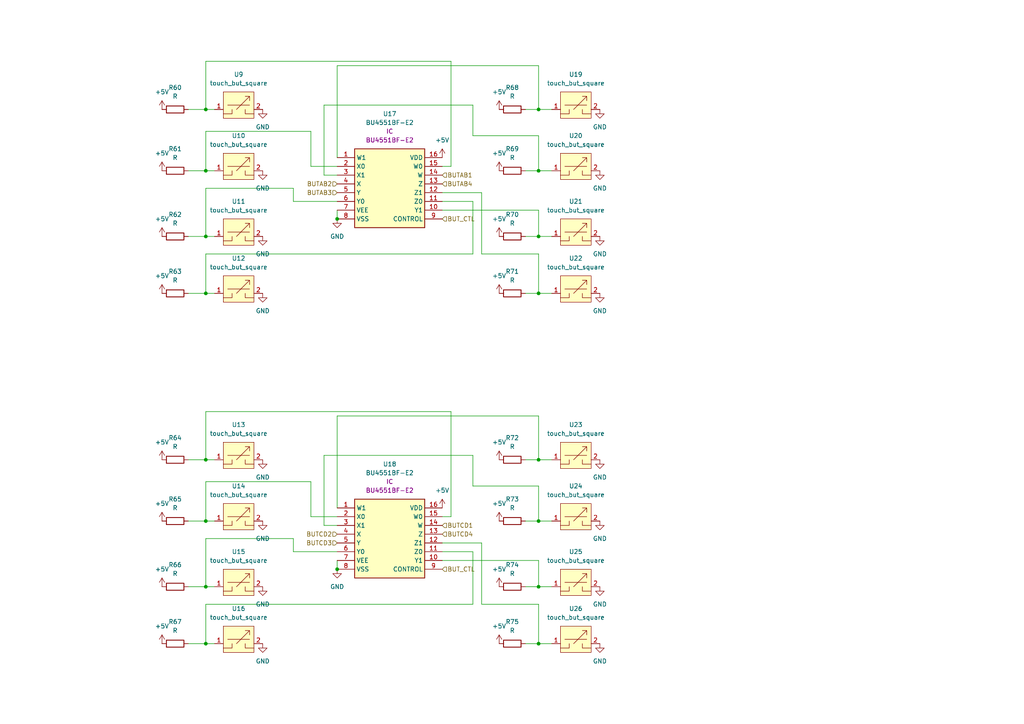
<source format=kicad_sch>
(kicad_sch (version 20211123) (generator eeschema)
  (paper "A4")
  (lib_symbols
    (symbol "3dAudioSym:BU4551BF-E2"
      (property "Reference" "U" (at 0 0 0))
      (property "Value" "BU4551BF-E2" (at 1.27 7.62 0))
      (property "Reference_1" "IC" (at 26.67 7.62 0))
      (property "Value_1" "BU4551BF-E2" (at 26.67 5.08 0))
      (symbol "BU4551BF-E2_1_1"
        (rectangle (start 5.08 2.54) (end 25.4 -20.32) (stroke (width 0.254)) (fill (type background)))
        (pin passive line (at 0 0 0) (length 5.08) (name "W1") (number "1"))
        (pin passive line (at 30.48 -15.24 180) (length 5.08) (name "Y1") (number "10"))
        (pin passive line (at 30.48 -12.7 180) (length 5.08) (name "Z0") (number "11"))
        (pin passive line (at 30.48 -10.16 180) (length 5.08) (name "Z1") (number "12"))
        (pin passive line (at 30.48 -7.62 180) (length 5.08) (name "Z") (number "13"))
        (pin passive line (at 30.48 -5.08 180) (length 5.08) (name "W") (number "14"))
        (pin passive line (at 30.48 -2.54 180) (length 5.08) (name "W0") (number "15"))
        (pin passive line (at 30.48 0 180) (length 5.08) (name "VDD") (number "16"))
        (pin passive line (at 0 -2.54 0) (length 5.08) (name "X0") (number "2"))
        (pin passive line (at 0 -5.08 0) (length 5.08) (name "X1") (number "3"))
        (pin passive line (at 0 -7.62 0) (length 5.08) (name "X") (number "4"))
        (pin passive line (at 0 -10.16 0) (length 5.08) (name "Y") (number "5"))
        (pin passive line (at 0 -12.7 0) (length 5.08) (name "Y0") (number "6"))
        (pin passive line (at 0 -15.24 0) (length 5.08) (name "VEE") (number "7"))
        (pin passive line (at 0 -17.78 0) (length 5.08) (name "VSS") (number "8"))
        (pin passive line (at 30.48 -17.78 180) (length 5.08) (name "CONTROL") (number "9"))
      )
    )
    (symbol "3dAudioSym:touch_but_square"
      (property "Reference" "U" (at 7.62 -3.81 0))
      (property "Value" "touch_but_square" (at -2.54 -5.08 0))
      (symbol "touch_but_square_0_1"
        (rectangle (start -3.81 6.35) (end 5.08 -1.27) (fill (type background)))
        (polyline (pts (xy -2.54 2.54) (xy 3.81 2.54)))
        (polyline (pts (xy -3.81 0) (xy -1.27 0) (xy -1.27 1.27)))
        (polyline (pts (xy 5.08 0) (xy 2.54 0) (xy 2.54 1.27)))
        (polyline (pts (xy 0 1.27) (xy 3.81 5.08) (xy 2.54 5.08) (xy 3.81 5.08) (xy 3.81 3.81)))
      )
      (symbol "touch_but_square_1_1"
        (pin input line (at -6.35 1.27 0) (length 2.54) (name "") (number "1"))
        (pin input line (at 7.62 1.27 180) (length 2.54) (name "") (number "2"))
      )
    )
    (symbol "Device:R" (pin_numbers hide) (pin_names (offset 0))
      (property "Reference" "R" (at 2.032 0 90))
      (property "Value" "R" (at 0 0 90))
      (symbol "R_0_1"
        (rectangle (start -1.016 -2.54) (end 1.016 2.54) (stroke (width 0.254)))
      )
      (symbol "R_1_1"
        (pin passive line (at 0 3.81 270) (length 1.27) (name "~") (number "1"))
        (pin passive line (at 0 -3.81 90) (length 1.27) (name "~") (number "2"))
      )
    )
    (symbol "power:+5V" (power) (pin_names (offset 0))
      (property "Value" "+5V" (at 0 3.556 0))
      (symbol "+5V_0_1"
        (polyline (pts (xy -0.762 1.27) (xy 0 2.54)))
        (polyline (pts (xy 0 0) (xy 0 2.54)))
        (polyline (pts (xy 0 2.54) (xy 0.762 1.27)))
      )
      (symbol "+5V_1_1"
        (pin power_in line (at 0 0 90) (length 0) hide (name "+5V") (number "1"))
      )
    )
    (symbol "power:GND" (power) (pin_names (offset 0))
      (property "Value" "GND" (at 0 -3.81 0))
      (symbol "GND_0_1"
        (polyline (pts (xy 0 0) (xy 0 -1.27) (xy 1.27 -1.27) (xy 0 -2.54) (xy -1.27 -1.27) (xy 0 -1.27)))
      )
      (symbol "GND_1_1"
        (pin power_in line (at 0 0 270) (length 0) hide (name "GND") (number "1"))
      )
    )
    (symbol "touch_but_square_1"
      (property "Reference" "U" (at 7.62 -3.81 0))
      (property "Value" "touch_but_square_1" (at -2.54 -5.08 0))
      (symbol "touch_but_square_1_0_1"
        (rectangle (start -3.81 6.35) (end 5.08 -1.27) (fill (type background)))
        (polyline (pts (xy -2.54 2.54) (xy 3.81 2.54)))
        (polyline (pts (xy -3.81 0) (xy -1.27 0) (xy -1.27 1.27)))
        (polyline (pts (xy 5.08 0) (xy 2.54 0) (xy 2.54 1.27)))
        (polyline (pts (xy 0 1.27) (xy 3.81 5.08) (xy 2.54 5.08) (xy 3.81 5.08) (xy 3.81 3.81)))
      )
      (symbol "touch_but_square_1_1_1"
        (pin input line (at -6.35 1.27 0) (length 2.54) (name "") (number "1"))
        (pin input line (at 7.62 1.27 180) (length 2.54) (name "") (number "2"))
      )
    )
    (symbol "touch_but_square_10"
      (property "Reference" "U" (at 7.62 -3.81 0))
      (property "Value" "touch_but_square_10" (at -2.54 -5.08 0))
      (symbol "touch_but_square_10_0_1"
        (rectangle (start -3.81 6.35) (end 5.08 -1.27) (fill (type background)))
        (polyline (pts (xy -2.54 2.54) (xy 3.81 2.54)))
        (polyline (pts (xy -3.81 0) (xy -1.27 0) (xy -1.27 1.27)))
        (polyline (pts (xy 5.08 0) (xy 2.54 0) (xy 2.54 1.27)))
        (polyline (pts (xy 0 1.27) (xy 3.81 5.08) (xy 2.54 5.08) (xy 3.81 5.08) (xy 3.81 3.81)))
      )
      (symbol "touch_but_square_10_1_1"
        (pin input line (at -6.35 1.27 0) (length 2.54) (name "") (number "1"))
        (pin input line (at 7.62 1.27 180) (length 2.54) (name "") (number "2"))
      )
    )
    (symbol "touch_but_square_11"
      (property "Reference" "U" (at 7.62 -3.81 0))
      (property "Value" "touch_but_square_11" (at -2.54 -5.08 0))
      (symbol "touch_but_square_11_0_1"
        (rectangle (start -3.81 6.35) (end 5.08 -1.27) (fill (type background)))
        (polyline (pts (xy -2.54 2.54) (xy 3.81 2.54)))
        (polyline (pts (xy -3.81 0) (xy -1.27 0) (xy -1.27 1.27)))
        (polyline (pts (xy 5.08 0) (xy 2.54 0) (xy 2.54 1.27)))
        (polyline (pts (xy 0 1.27) (xy 3.81 5.08) (xy 2.54 5.08) (xy 3.81 5.08) (xy 3.81 3.81)))
      )
      (symbol "touch_but_square_11_1_1"
        (pin input line (at -6.35 1.27 0) (length 2.54) (name "") (number "1"))
        (pin input line (at 7.62 1.27 180) (length 2.54) (name "") (number "2"))
      )
    )
    (symbol "touch_but_square_12"
      (property "Reference" "U" (at 7.62 -3.81 0))
      (property "Value" "touch_but_square_12" (at -2.54 -5.08 0))
      (symbol "touch_but_square_12_0_1"
        (rectangle (start -3.81 6.35) (end 5.08 -1.27) (fill (type background)))
        (polyline (pts (xy -2.54 2.54) (xy 3.81 2.54)))
        (polyline (pts (xy -3.81 0) (xy -1.27 0) (xy -1.27 1.27)))
        (polyline (pts (xy 5.08 0) (xy 2.54 0) (xy 2.54 1.27)))
        (polyline (pts (xy 0 1.27) (xy 3.81 5.08) (xy 2.54 5.08) (xy 3.81 5.08) (xy 3.81 3.81)))
      )
      (symbol "touch_but_square_12_1_1"
        (pin input line (at -6.35 1.27 0) (length 2.54) (name "") (number "1"))
        (pin input line (at 7.62 1.27 180) (length 2.54) (name "") (number "2"))
      )
    )
    (symbol "touch_but_square_13"
      (property "Reference" "U" (at 7.62 -3.81 0))
      (property "Value" "touch_but_square_13" (at -2.54 -5.08 0))
      (symbol "touch_but_square_13_0_1"
        (rectangle (start -3.81 6.35) (end 5.08 -1.27) (fill (type background)))
        (polyline (pts (xy -2.54 2.54) (xy 3.81 2.54)))
        (polyline (pts (xy -3.81 0) (xy -1.27 0) (xy -1.27 1.27)))
        (polyline (pts (xy 5.08 0) (xy 2.54 0) (xy 2.54 1.27)))
        (polyline (pts (xy 0 1.27) (xy 3.81 5.08) (xy 2.54 5.08) (xy 3.81 5.08) (xy 3.81 3.81)))
      )
      (symbol "touch_but_square_13_1_1"
        (pin input line (at -6.35 1.27 0) (length 2.54) (name "") (number "1"))
        (pin input line (at 7.62 1.27 180) (length 2.54) (name "") (number "2"))
      )
    )
    (symbol "touch_but_square_14"
      (property "Reference" "U" (at 7.62 -3.81 0))
      (property "Value" "touch_but_square_14" (at -2.54 -5.08 0))
      (symbol "touch_but_square_14_0_1"
        (rectangle (start -3.81 6.35) (end 5.08 -1.27) (fill (type background)))
        (polyline (pts (xy -2.54 2.54) (xy 3.81 2.54)))
        (polyline (pts (xy -3.81 0) (xy -1.27 0) (xy -1.27 1.27)))
        (polyline (pts (xy 5.08 0) (xy 2.54 0) (xy 2.54 1.27)))
        (polyline (pts (xy 0 1.27) (xy 3.81 5.08) (xy 2.54 5.08) (xy 3.81 5.08) (xy 3.81 3.81)))
      )
      (symbol "touch_but_square_14_1_1"
        (pin input line (at -6.35 1.27 0) (length 2.54) (name "") (number "1"))
        (pin input line (at 7.62 1.27 180) (length 2.54) (name "") (number "2"))
      )
    )
    (symbol "touch_but_square_15"
      (property "Reference" "U" (at 7.62 -3.81 0))
      (property "Value" "touch_but_square_15" (at -2.54 -5.08 0))
      (symbol "touch_but_square_15_0_1"
        (rectangle (start -3.81 6.35) (end 5.08 -1.27) (fill (type background)))
        (polyline (pts (xy -2.54 2.54) (xy 3.81 2.54)))
        (polyline (pts (xy -3.81 0) (xy -1.27 0) (xy -1.27 1.27)))
        (polyline (pts (xy 5.08 0) (xy 2.54 0) (xy 2.54 1.27)))
        (polyline (pts (xy 0 1.27) (xy 3.81 5.08) (xy 2.54 5.08) (xy 3.81 5.08) (xy 3.81 3.81)))
      )
      (symbol "touch_but_square_15_1_1"
        (pin input line (at -6.35 1.27 0) (length 2.54) (name "") (number "1"))
        (pin input line (at 7.62 1.27 180) (length 2.54) (name "") (number "2"))
      )
    )
    (symbol "touch_but_square_2"
      (property "Reference" "U" (at 7.62 -3.81 0))
      (property "Value" "touch_but_square_2" (at -2.54 -5.08 0))
      (symbol "touch_but_square_2_0_1"
        (rectangle (start -3.81 6.35) (end 5.08 -1.27) (fill (type background)))
        (polyline (pts (xy -2.54 2.54) (xy 3.81 2.54)))
        (polyline (pts (xy -3.81 0) (xy -1.27 0) (xy -1.27 1.27)))
        (polyline (pts (xy 5.08 0) (xy 2.54 0) (xy 2.54 1.27)))
        (polyline (pts (xy 0 1.27) (xy 3.81 5.08) (xy 2.54 5.08) (xy 3.81 5.08) (xy 3.81 3.81)))
      )
      (symbol "touch_but_square_2_1_1"
        (pin input line (at -6.35 1.27 0) (length 2.54) (name "") (number "1"))
        (pin input line (at 7.62 1.27 180) (length 2.54) (name "") (number "2"))
      )
    )
    (symbol "touch_but_square_3"
      (property "Reference" "U" (at 7.62 -3.81 0))
      (property "Value" "touch_but_square_3" (at -2.54 -5.08 0))
      (symbol "touch_but_square_3_0_1"
        (rectangle (start -3.81 6.35) (end 5.08 -1.27) (fill (type background)))
        (polyline (pts (xy -2.54 2.54) (xy 3.81 2.54)))
        (polyline (pts (xy -3.81 0) (xy -1.27 0) (xy -1.27 1.27)))
        (polyline (pts (xy 5.08 0) (xy 2.54 0) (xy 2.54 1.27)))
        (polyline (pts (xy 0 1.27) (xy 3.81 5.08) (xy 2.54 5.08) (xy 3.81 5.08) (xy 3.81 3.81)))
      )
      (symbol "touch_but_square_3_1_1"
        (pin input line (at -6.35 1.27 0) (length 2.54) (name "") (number "1"))
        (pin input line (at 7.62 1.27 180) (length 2.54) (name "") (number "2"))
      )
    )
    (symbol "touch_but_square_4"
      (property "Reference" "U" (at 7.62 -3.81 0))
      (property "Value" "touch_but_square_4" (at -2.54 -5.08 0))
      (symbol "touch_but_square_4_0_1"
        (rectangle (start -3.81 6.35) (end 5.08 -1.27) (fill (type background)))
        (polyline (pts (xy -2.54 2.54) (xy 3.81 2.54)))
        (polyline (pts (xy -3.81 0) (xy -1.27 0) (xy -1.27 1.27)))
        (polyline (pts (xy 5.08 0) (xy 2.54 0) (xy 2.54 1.27)))
        (polyline (pts (xy 0 1.27) (xy 3.81 5.08) (xy 2.54 5.08) (xy 3.81 5.08) (xy 3.81 3.81)))
      )
      (symbol "touch_but_square_4_1_1"
        (pin input line (at -6.35 1.27 0) (length 2.54) (name "") (number "1"))
        (pin input line (at 7.62 1.27 180) (length 2.54) (name "") (number "2"))
      )
    )
    (symbol "touch_but_square_5"
      (property "Reference" "U" (at 7.62 -3.81 0))
      (property "Value" "touch_but_square_5" (at -2.54 -5.08 0))
      (symbol "touch_but_square_5_0_1"
        (rectangle (start -3.81 6.35) (end 5.08 -1.27) (fill (type background)))
        (polyline (pts (xy -2.54 2.54) (xy 3.81 2.54)))
        (polyline (pts (xy -3.81 0) (xy -1.27 0) (xy -1.27 1.27)))
        (polyline (pts (xy 5.08 0) (xy 2.54 0) (xy 2.54 1.27)))
        (polyline (pts (xy 0 1.27) (xy 3.81 5.08) (xy 2.54 5.08) (xy 3.81 5.08) (xy 3.81 3.81)))
      )
      (symbol "touch_but_square_5_1_1"
        (pin input line (at -6.35 1.27 0) (length 2.54) (name "") (number "1"))
        (pin input line (at 7.62 1.27 180) (length 2.54) (name "") (number "2"))
      )
    )
    (symbol "touch_but_square_6"
      (property "Reference" "U" (at 7.62 -3.81 0))
      (property "Value" "touch_but_square_6" (at -2.54 -5.08 0))
      (symbol "touch_but_square_6_0_1"
        (rectangle (start -3.81 6.35) (end 5.08 -1.27) (fill (type background)))
        (polyline (pts (xy -2.54 2.54) (xy 3.81 2.54)))
        (polyline (pts (xy -3.81 0) (xy -1.27 0) (xy -1.27 1.27)))
        (polyline (pts (xy 5.08 0) (xy 2.54 0) (xy 2.54 1.27)))
        (polyline (pts (xy 0 1.27) (xy 3.81 5.08) (xy 2.54 5.08) (xy 3.81 5.08) (xy 3.81 3.81)))
      )
      (symbol "touch_but_square_6_1_1"
        (pin input line (at -6.35 1.27 0) (length 2.54) (name "") (number "1"))
        (pin input line (at 7.62 1.27 180) (length 2.54) (name "") (number "2"))
      )
    )
    (symbol "touch_but_square_7"
      (property "Reference" "U" (at 7.62 -3.81 0))
      (property "Value" "touch_but_square_7" (at -2.54 -5.08 0))
      (symbol "touch_but_square_7_0_1"
        (rectangle (start -3.81 6.35) (end 5.08 -1.27) (fill (type background)))
        (polyline (pts (xy -2.54 2.54) (xy 3.81 2.54)))
        (polyline (pts (xy -3.81 0) (xy -1.27 0) (xy -1.27 1.27)))
        (polyline (pts (xy 5.08 0) (xy 2.54 0) (xy 2.54 1.27)))
        (polyline (pts (xy 0 1.27) (xy 3.81 5.08) (xy 2.54 5.08) (xy 3.81 5.08) (xy 3.81 3.81)))
      )
      (symbol "touch_but_square_7_1_1"
        (pin input line (at -6.35 1.27 0) (length 2.54) (name "") (number "1"))
        (pin input line (at 7.62 1.27 180) (length 2.54) (name "") (number "2"))
      )
    )
    (symbol "touch_but_square_8"
      (property "Reference" "U" (at 7.62 -3.81 0))
      (property "Value" "touch_but_square_8" (at -2.54 -5.08 0))
      (symbol "touch_but_square_8_0_1"
        (rectangle (start -3.81 6.35) (end 5.08 -1.27) (fill (type background)))
        (polyline (pts (xy -2.54 2.54) (xy 3.81 2.54)))
        (polyline (pts (xy -3.81 0) (xy -1.27 0) (xy -1.27 1.27)))
        (polyline (pts (xy 5.08 0) (xy 2.54 0) (xy 2.54 1.27)))
        (polyline (pts (xy 0 1.27) (xy 3.81 5.08) (xy 2.54 5.08) (xy 3.81 5.08) (xy 3.81 3.81)))
      )
      (symbol "touch_but_square_8_1_1"
        (pin input line (at -6.35 1.27 0) (length 2.54) (name "") (number "1"))
        (pin input line (at 7.62 1.27 180) (length 2.54) (name "") (number "2"))
      )
    )
    (symbol "touch_but_square_9"
      (property "Reference" "U" (at 7.62 -3.81 0))
      (property "Value" "touch_but_square_9" (at -2.54 -5.08 0))
      (symbol "touch_but_square_9_0_1"
        (rectangle (start -3.81 6.35) (end 5.08 -1.27) (fill (type background)))
        (polyline (pts (xy -2.54 2.54) (xy 3.81 2.54)))
        (polyline (pts (xy -3.81 0) (xy -1.27 0) (xy -1.27 1.27)))
        (polyline (pts (xy 5.08 0) (xy 2.54 0) (xy 2.54 1.27)))
        (polyline (pts (xy 0 1.27) (xy 3.81 5.08) (xy 2.54 5.08) (xy 3.81 5.08) (xy 3.81 3.81)))
      )
      (symbol "touch_but_square_9_1_1"
        (pin input line (at -6.35 1.27 0) (length 2.54) (name "") (number "1"))
        (pin input line (at 7.62 1.27 180) (length 2.54) (name "") (number "2"))
      )
    )
  )
  (junction (at 59.69 151.13))
  (junction (at 156.21 49.53))
  (junction (at 97.79 165.1))
  (junction (at 59.69 170.18))
  (junction (at 59.69 49.53))
  (junction (at 59.69 31.75))
  (junction (at 156.21 85.09))
  (junction (at 156.21 31.75))
  (junction (at 59.69 85.09))
  (junction (at 97.79 63.5))
  (junction (at 156.21 170.18))
  (junction (at 59.69 186.69))
  (junction (at 156.21 68.58))
  (junction (at 156.21 133.35))
  (junction (at 59.69 68.58))
  (junction (at 156.21 151.13))
  (junction (at 156.21 186.69))
  (junction (at 59.69 133.35))
  (wire (pts (xy 156.21 73.66) (xy 156.21 85.09)))
  (wire (pts (xy 54.61 186.69) (xy 59.69 186.69)))
  (wire (pts (xy 128.27 157.48) (xy 139.7 157.48)))
  (wire (pts (xy 54.61 49.53) (xy 59.69 49.53)))
  (wire (pts (xy 59.69 119.38) (xy 59.69 133.35)))
  (wire (pts (xy 97.79 120.65) (xy 97.79 147.32)))
  (wire (pts (xy 97.79 48.26) (xy 90.17 48.26)))
  (wire (pts (xy 152.4 31.75) (xy 156.21 31.75)))
  (wire (pts (xy 156.21 85.09) (xy 160.02 85.09)))
  (wire (pts (xy 128.27 48.26) (xy 130.81 48.26)))
  (wire (pts (xy 59.69 170.18) (xy 59.69 156.21)))
  (wire (pts (xy 128.27 149.86) (xy 130.81 149.86)))
  (wire (pts (xy 54.61 133.35) (xy 59.69 133.35)))
  (wire (pts (xy 156.21 39.37) (xy 156.21 49.53)))
  (wire (pts (xy 156.21 170.18) (xy 160.02 170.18)))
  (wire (pts (xy 59.69 31.75) (xy 62.23 31.75)))
  (wire (pts (xy 93.98 152.4) (xy 93.98 132.08)))
  (wire (pts (xy 137.16 175.26) (xy 59.69 175.26)))
  (wire (pts (xy 156.21 151.13) (xy 160.02 151.13)))
  (wire (pts (xy 156.21 133.35) (xy 160.02 133.35)))
  (wire (pts (xy 139.7 55.88) (xy 139.7 73.66)))
  (wire (pts (xy 97.79 60.96) (xy 97.79 63.5)))
  (wire (pts (xy 130.81 149.86) (xy 130.81 119.38)))
  (wire (pts (xy 137.16 39.37) (xy 156.21 39.37)))
  (wire (pts (xy 59.69 49.53) (xy 62.23 49.53)))
  (wire (pts (xy 97.79 149.86) (xy 90.17 149.86)))
  (wire (pts (xy 90.17 48.26) (xy 90.17 38.1)))
  (wire (pts (xy 54.61 31.75) (xy 59.69 31.75)))
  (wire (pts (xy 59.69 68.58) (xy 62.23 68.58)))
  (wire (pts (xy 85.09 58.42) (xy 85.09 54.61)))
  (wire (pts (xy 97.79 160.02) (xy 85.09 160.02)))
  (wire (pts (xy 59.69 68.58) (xy 59.69 54.61)))
  (wire (pts (xy 54.61 68.58) (xy 59.69 68.58)))
  (wire (pts (xy 128.27 162.56) (xy 156.21 162.56)))
  (wire (pts (xy 137.16 73.66) (xy 59.69 73.66)))
  (wire (pts (xy 59.69 17.78) (xy 59.69 31.75)))
  (wire (pts (xy 152.4 133.35) (xy 156.21 133.35)))
  (wire (pts (xy 59.69 133.35) (xy 62.23 133.35)))
  (wire (pts (xy 152.4 186.69) (xy 156.21 186.69)))
  (wire (pts (xy 156.21 186.69) (xy 160.02 186.69)))
  (wire (pts (xy 139.7 175.26) (xy 156.21 175.26)))
  (wire (pts (xy 137.16 132.08) (xy 137.16 140.97)))
  (wire (pts (xy 97.79 50.8) (xy 93.98 50.8)))
  (wire (pts (xy 137.16 140.97) (xy 156.21 140.97)))
  (wire (pts (xy 128.27 160.02) (xy 137.16 160.02)))
  (wire (pts (xy 128.27 60.96) (xy 156.21 60.96)))
  (wire (pts (xy 128.27 55.88) (xy 139.7 55.88)))
  (wire (pts (xy 156.21 31.75) (xy 160.02 31.75)))
  (wire (pts (xy 59.69 186.69) (xy 62.23 186.69)))
  (wire (pts (xy 59.69 85.09) (xy 62.23 85.09)))
  (wire (pts (xy 97.79 19.05) (xy 156.21 19.05)))
  (wire (pts (xy 152.4 68.58) (xy 156.21 68.58)))
  (wire (pts (xy 97.79 19.05) (xy 97.79 45.72)))
  (wire (pts (xy 137.16 30.48) (xy 137.16 39.37)))
  (wire (pts (xy 59.69 175.26) (xy 59.69 186.69)))
  (wire (pts (xy 156.21 19.05) (xy 156.21 31.75)))
  (wire (pts (xy 152.4 49.53) (xy 156.21 49.53)))
  (wire (pts (xy 93.98 132.08) (xy 137.16 132.08)))
  (wire (pts (xy 130.81 119.38) (xy 59.69 119.38)))
  (wire (pts (xy 59.69 151.13) (xy 62.23 151.13)))
  (wire (pts (xy 90.17 139.7) (xy 59.69 139.7)))
  (wire (pts (xy 139.7 157.48) (xy 139.7 175.26)))
  (wire (pts (xy 137.16 58.42) (xy 137.16 73.66)))
  (wire (pts (xy 97.79 120.65) (xy 156.21 120.65)))
  (wire (pts (xy 156.21 49.53) (xy 160.02 49.53)))
  (wire (pts (xy 152.4 151.13) (xy 156.21 151.13)))
  (wire (pts (xy 54.61 170.18) (xy 59.69 170.18)))
  (wire (pts (xy 156.21 120.65) (xy 156.21 133.35)))
  (wire (pts (xy 156.21 162.56) (xy 156.21 170.18)))
  (wire (pts (xy 59.69 139.7) (xy 59.69 151.13)))
  (wire (pts (xy 54.61 151.13) (xy 59.69 151.13)))
  (wire (pts (xy 59.69 54.61) (xy 85.09 54.61)))
  (wire (pts (xy 152.4 170.18) (xy 156.21 170.18)))
  (wire (pts (xy 97.79 58.42) (xy 85.09 58.42)))
  (wire (pts (xy 59.69 156.21) (xy 85.09 156.21)))
  (wire (pts (xy 128.27 58.42) (xy 137.16 58.42)))
  (wire (pts (xy 130.81 17.78) (xy 59.69 17.78)))
  (wire (pts (xy 93.98 30.48) (xy 137.16 30.48)))
  (wire (pts (xy 97.79 152.4) (xy 93.98 152.4)))
  (wire (pts (xy 130.81 48.26) (xy 130.81 17.78)))
  (wire (pts (xy 90.17 149.86) (xy 90.17 139.7)))
  (wire (pts (xy 156.21 175.26) (xy 156.21 186.69)))
  (wire (pts (xy 97.79 162.56) (xy 97.79 165.1)))
  (wire (pts (xy 139.7 73.66) (xy 156.21 73.66)))
  (wire (pts (xy 85.09 160.02) (xy 85.09 156.21)))
  (wire (pts (xy 152.4 85.09) (xy 156.21 85.09)))
  (wire (pts (xy 156.21 68.58) (xy 160.02 68.58)))
  (wire (pts (xy 59.69 73.66) (xy 59.69 85.09)))
  (wire (pts (xy 59.69 170.18) (xy 62.23 170.18)))
  (wire (pts (xy 59.69 38.1) (xy 59.69 49.53)))
  (wire (pts (xy 93.98 50.8) (xy 93.98 30.48)))
  (wire (pts (xy 156.21 140.97) (xy 156.21 151.13)))
  (wire (pts (xy 90.17 38.1) (xy 59.69 38.1)))
  (wire (pts (xy 54.61 85.09) (xy 59.69 85.09)))
  (wire (pts (xy 137.16 160.02) (xy 137.16 175.26)))
  (wire (pts (xy 156.21 60.96) (xy 156.21 68.58)))
  (hierarchical_label "BUTAB2" (shape input) (at 97.79 53.34 180))
  (hierarchical_label "BUT_CTL" (shape input) (at 128.27 63.5 0))
  (hierarchical_label "BUTCD3" (shape input) (at 97.79 157.48 180))
  (hierarchical_label "BUTAB3" (shape input) (at 97.79 55.88 180))
  (hierarchical_label "BUTCD2" (shape input) (at 97.79 154.94 180))
  (hierarchical_label "BUTAB4" (shape input) (at 128.27 53.34 0))
  (hierarchical_label "BUTAB1" (shape input) (at 128.27 50.8 0))
  (hierarchical_label "BUTCD1" (shape input) (at 128.27 152.4 0))
  (hierarchical_label "BUT_CTL" (shape input) (at 128.27 165.1 0))
  (hierarchical_label "BUTCD4" (shape input) (at 128.27 154.94 0))
  (symbol (lib_id "power:+5V") (at 144.78 186.69 0) (unit 1)
    (property "Reference" "#PWR050" (effects hide))
    (property "Value" "+5V" (at 144.78 181.61 0))
  )
  (symbol (lib_id "Device:R") (at 148.59 170.18 90) (unit 1)
    (property "Reference" "R74" (at 148.59 163.83 90))
    (property "Value" "R" (at 148.59 166.37 90))
    (property "Footprint" "Resistor_SMD:R_1206_3216Metric_Pad1.30x1.75mm_HandSolder" (effects hide))
  )
  (symbol (lib_id "Device:R") (at 148.59 133.35 90) (unit 1)
    (property "Reference" "R72" (at 148.59 127 90))
    (property "Value" "R" (at 148.59 129.54 90))
    (property "Footprint" "Resistor_SMD:R_1206_3216Metric_Pad1.30x1.75mm_HandSolder" (effects hide))
  )
  (symbol (lib_id "power:+5V") (at 46.99 49.53 0) (unit 1)
    (property "Reference" "#PWR024" (effects hide))
    (property "Value" "+5V" (at 46.99 44.45 0))
  )
  (symbol (lib_name "touch_but_square_4") (lib_id "3dAudioSym:touch_but_square") (at 166.37 86.36 0) (unit 1)
    (property "Reference" "U22" (at 167.005 74.93 0))
    (property "Value" "touch_but_square" (at 167.005 77.47 0))
    (property "Footprint" "3dAudioFoot:But_Velo_Rec_1" (effects hide))
  )
  (symbol (lib_id "Device:R") (at 148.59 85.09 90) (unit 1)
    (property "Reference" "R71" (at 148.59 78.74 90))
    (property "Value" "R" (at 148.59 81.28 90))
    (property "Footprint" "Resistor_SMD:R_1206_3216Metric_Pad1.30x1.75mm_HandSolder" (effects hide))
  )
  (symbol (lib_id "power:GND") (at 76.2 186.69 0) (unit 1)
    (property "Reference" "#PWR038" (effects hide))
    (property "Value" "GND" (at 76.2 191.77 0))
  )
  (symbol (lib_id "power:GND") (at 76.2 68.58 0) (unit 1)
    (property "Reference" "#PWR033" (effects hide))
    (property "Value" "GND" (at 76.2 73.66 0))
  )
  (symbol (lib_name "touch_but_square_10") (lib_id "3dAudioSym:touch_but_square") (at 68.58 134.62 0) (unit 1)
    (property "Reference" "U13" (at 69.215 123.19 0))
    (property "Value" "touch_but_square" (at 69.215 125.73 0))
    (property "Footprint" "3dAudioFoot:But_Velo_Rec_1" (effects hide))
  )
  (symbol (lib_id "power:+5V") (at 46.99 170.18 0) (unit 1)
    (property "Reference" "#PWR029" (effects hide))
    (property "Value" "+5V" (at 46.99 165.1 0))
  )
  (symbol (lib_id "power:GND") (at 173.99 85.09 0) (unit 1)
    (property "Reference" "#PWR054" (effects hide))
    (property "Value" "GND" (at 173.99 90.17 0))
  )
  (symbol (lib_id "power:GND") (at 97.79 63.5 0) (unit 1)
    (property "Reference" "#PWR039" (effects hide))
    (property "Value" "GND" (at 97.79 68.58 0))
  )
  (symbol (lib_id "power:+5V") (at 128.27 147.32 0) (unit 1)
    (property "Reference" "#PWR042" (effects hide))
    (property "Value" "+5V" (at 128.27 142.24 0))
  )
  (symbol (lib_id "Device:R") (at 50.8 31.75 90) (unit 1)
    (property "Reference" "R60" (at 50.8 25.4 90))
    (property "Value" "R" (at 50.8 27.94 90))
    (property "Footprint" "Resistor_SMD:R_1206_3216Metric_Pad1.30x1.75mm_HandSolder" (effects hide))
  )
  (symbol (lib_id "power:GND") (at 76.2 49.53 0) (unit 1)
    (property "Reference" "#PWR032" (effects hide))
    (property "Value" "GND" (at 76.2 54.61 0))
  )
  (symbol (lib_name "touch_but_square_3") (lib_id "3dAudioSym:touch_but_square") (at 166.37 69.85 0) (unit 1)
    (property "Reference" "U21" (at 167.005 58.42 0))
    (property "Value" "touch_but_square" (at 167.005 60.96 0))
    (property "Footprint" "3dAudioFoot:But_Velo_Rec_1" (effects hide))
  )
  (symbol (lib_id "power:+5V") (at 144.78 85.09 0) (unit 1)
    (property "Reference" "#PWR046" (effects hide))
    (property "Value" "+5V" (at 144.78 80.01 0))
  )
  (symbol (lib_id "power:+5V") (at 144.78 31.75 0) (unit 1)
    (property "Reference" "#PWR043" (effects hide))
    (property "Value" "+5V" (at 144.78 26.67 0))
  )
  (symbol (lib_id "power:+5V") (at 128.27 45.72 0) (unit 1)
    (property "Reference" "#PWR041" (effects hide))
    (property "Value" "+5V" (at 128.27 40.64 0))
  )
  (symbol (lib_name "touch_but_square_12") (lib_id "3dAudioSym:touch_but_square") (at 68.58 171.45 0) (unit 1)
    (property "Reference" "U15" (at 69.215 160.02 0))
    (property "Value" "touch_but_square" (at 69.215 162.56 0))
    (property "Footprint" "3dAudioFoot:But_Velo_Rec_1" (effects hide))
  )
  (symbol (lib_name "touch_but_square_1") (lib_id "3dAudioSym:touch_but_square") (at 166.37 33.02 0) (unit 1)
    (property "Reference" "U19" (at 167.005 21.59 0))
    (property "Value" "touch_but_square" (at 167.005 24.13 0))
    (property "Footprint" "3dAudioFoot:But_Velo_Rec_1" (effects hide))
  )
  (symbol (lib_name "touch_but_square_6") (lib_id "3dAudioSym:touch_but_square") (at 68.58 33.02 0) (unit 1)
    (property "Reference" "U9" (at 69.215 21.59 0))
    (property "Value" "touch_but_square" (at 69.215 24.13 0))
    (property "Footprint" "3dAudioFoot:But_Velo_Rec_1" (effects hide))
  )
  (symbol (lib_id "power:GND") (at 76.2 151.13 0) (unit 1)
    (property "Reference" "#PWR036" (effects hide))
    (property "Value" "GND" (at 76.2 156.21 0))
  )
  (symbol (lib_id "Device:R") (at 148.59 49.53 90) (unit 1)
    (property "Reference" "R69" (at 148.59 43.18 90))
    (property "Value" "R" (at 148.59 45.72 90))
    (property "Footprint" "Resistor_SMD:R_1206_3216Metric_Pad1.30x1.75mm_HandSolder" (effects hide))
  )
  (symbol (lib_id "Device:R") (at 50.8 85.09 90) (unit 1)
    (property "Reference" "R63" (at 50.8 78.74 90))
    (property "Value" "R" (at 50.8 81.28 90))
    (property "Footprint" "Resistor_SMD:R_1206_3216Metric_Pad1.30x1.75mm_HandSolder" (effects hide))
  )
  (symbol (lib_id "Device:R") (at 50.8 68.58 90) (unit 1)
    (property "Reference" "R62" (at 50.8 62.23 90))
    (property "Value" "R" (at 50.8 64.77 90))
    (property "Footprint" "Resistor_SMD:R_1206_3216Metric_Pad1.30x1.75mm_HandSolder" (effects hide))
  )
  (symbol (lib_id "power:GND") (at 173.99 68.58 0) (unit 1)
    (property "Reference" "#PWR053" (effects hide))
    (property "Value" "GND" (at 173.99 73.66 0))
  )
  (symbol (lib_id "power:GND") (at 76.2 133.35 0) (unit 1)
    (property "Reference" "#PWR035" (effects hide))
    (property "Value" "GND" (at 76.2 138.43 0))
  )
  (symbol (lib_id "power:GND") (at 173.99 31.75 0) (unit 1)
    (property "Reference" "#PWR051" (effects hide))
    (property "Value" "GND" (at 173.99 36.83 0))
  )
  (symbol (lib_id "power:+5V") (at 46.99 133.35 0) (unit 1)
    (property "Reference" "#PWR027" (effects hide))
    (property "Value" "+5V" (at 46.99 128.27 0))
  )
  (symbol (lib_name "touch_but_square_7") (lib_id "3dAudioSym:touch_but_square") (at 68.58 50.8 0) (unit 1)
    (property "Reference" "U10" (at 69.215 39.37 0))
    (property "Value" "touch_but_square" (at 69.215 41.91 0))
    (property "Footprint" "3dAudioFoot:But_Velo_Rec_1" (effects hide))
  )
  (symbol (lib_id "power:+5V") (at 144.78 151.13 0) (unit 1)
    (property "Reference" "#PWR048" (effects hide))
    (property "Value" "+5V" (at 144.78 146.05 0))
  )
  (symbol (lib_id "power:+5V") (at 144.78 49.53 0) (unit 1)
    (property "Reference" "#PWR044" (effects hide))
    (property "Value" "+5V" (at 144.78 44.45 0))
  )
  (symbol (lib_id "Device:R") (at 50.8 170.18 90) (unit 1)
    (property "Reference" "R66" (at 50.8 163.83 90))
    (property "Value" "R" (at 50.8 166.37 90))
    (property "Footprint" "Resistor_SMD:R_1206_3216Metric_Pad1.30x1.75mm_HandSolder" (effects hide))
  )
  (symbol (lib_id "power:GND") (at 76.2 170.18 0) (unit 1)
    (property "Reference" "#PWR037" (effects hide))
    (property "Value" "GND" (at 76.2 175.26 0))
  )
  (symbol (lib_id "3dAudioSym:BU4551BF-E2") (at 97.79 45.72 0) (unit 1)
    (property "Reference" "U17" (at 113.03 33.02 0))
    (property "Value" "BU4551BF-E2" (at 113.03 35.56 0))
    (property "Footprint" "3dAudioFoot:SOIC127P620X171-16N" (effects hide))
    (property "Reference_1" "IC" (at 113.03 38.1 0))
    (property "Value_1" "BU4551BF-E2" (at 113.03 40.64 0))
    (property "Footprint_1" "SOIC127P620X171-16N" (effects hide))
    (property "Datasheet_1" "https://datasheet.datasheetarchive.com/originals/distributors/Datasheets_SAMA/b2c6f3791b929edcfd3b1b6b138b45c4.pdf" (effects hide))
    (property "Height" "1.71" (effects hide))
    (property "Mouser Part Number" "755-BU4551BF-E2" (effects hide))
    (property "Mouser Price/Stock" "https://www.mouser.co.uk/ProductDetail/ROHM-Semiconductor/BU4551BF-E2/?qs=4kLU8WoGk0vixpzQXyVtIA%3D%3D" (effects hide))
    (property "Manufacturer_Name" "ROHM Semiconductor" (effects hide))
    (property "Manufacturer_Part_Number" "BU4551BF-E2" (effects hide))
  )
  (symbol (lib_id "3dAudioSym:BU4551BF-E2") (at 97.79 147.32 0) (unit 1)
    (property "Reference" "U18" (at 113.03 134.62 0))
    (property "Value" "BU4551BF-E2" (at 113.03 137.16 0))
    (property "Footprint" "3dAudioFoot:SOIC127P620X171-16N" (effects hide))
    (property "Reference_1" "IC" (at 113.03 139.7 0))
    (property "Value_1" "BU4551BF-E2" (at 113.03 142.24 0))
    (property "Footprint_1" "SOIC127P620X171-16N" (effects hide))
    (property "Datasheet_1" "https://datasheet.datasheetarchive.com/originals/distributors/Datasheets_SAMA/b2c6f3791b929edcfd3b1b6b138b45c4.pdf" (effects hide))
    (property "Height" "1.71" (effects hide))
    (property "Mouser Part Number" "755-BU4551BF-E2" (effects hide))
    (property "Mouser Price/Stock" "https://www.mouser.co.uk/ProductDetail/ROHM-Semiconductor/BU4551BF-E2/?qs=4kLU8WoGk0vixpzQXyVtIA%3D%3D" (effects hide))
    (property "Manufacturer_Name" "ROHM Semiconductor" (effects hide))
    (property "Manufacturer_Part_Number" "BU4551BF-E2" (effects hide))
  )
  (symbol (lib_id "power:GND") (at 173.99 151.13 0) (unit 1)
    (property "Reference" "#PWR056" (effects hide))
    (property "Value" "GND" (at 173.99 156.21 0))
  )
  (symbol (lib_id "power:+5V") (at 46.99 186.69 0) (unit 1)
    (property "Reference" "#PWR030" (effects hide))
    (property "Value" "+5V" (at 46.99 181.61 0))
  )
  (symbol (lib_id "power:+5V") (at 144.78 133.35 0) (unit 1)
    (property "Reference" "#PWR047" (effects hide))
    (property "Value" "+5V" (at 144.78 128.27 0))
  )
  (symbol (lib_id "power:+5V") (at 144.78 170.18 0) (unit 1)
    (property "Reference" "#PWR049" (effects hide))
    (property "Value" "+5V" (at 144.78 165.1 0))
  )
  (symbol (lib_id "Device:R") (at 148.59 31.75 90) (unit 1)
    (property "Reference" "R68" (at 148.59 25.4 90))
    (property "Value" "R" (at 148.59 27.94 90))
    (property "Footprint" "Resistor_SMD:R_1206_3216Metric_Pad1.30x1.75mm_HandSolder" (effects hide))
  )
  (symbol (lib_id "power:+5V") (at 46.99 151.13 0) (unit 1)
    (property "Reference" "#PWR028" (effects hide))
    (property "Value" "+5V" (at 46.99 146.05 0))
  )
  (symbol (lib_name "touch_but_square_9") (lib_id "3dAudioSym:touch_but_square") (at 68.58 86.36 0) (unit 1)
    (property "Reference" "U12" (at 69.215 74.93 0))
    (property "Value" "touch_but_square" (at 69.215 77.47 0))
    (property "Footprint" "3dAudioFoot:But_Velo_Rec_1" (effects hide))
  )
  (symbol (lib_id "power:GND") (at 173.99 49.53 0) (unit 1)
    (property "Reference" "#PWR052" (effects hide))
    (property "Value" "GND" (at 173.99 54.61 0))
  )
  (symbol (lib_id "power:+5V") (at 46.99 85.09 0) (unit 1)
    (property "Reference" "#PWR026" (effects hide))
    (property "Value" "+5V" (at 46.99 80.01 0))
  )
  (symbol (lib_id "3dAudioSym:touch_but_square") (at 166.37 152.4 0) (unit 1)
    (property "Reference" "U24" (at 167.005 140.97 0))
    (property "Value" "touch_but_square" (at 167.005 143.51 0))
    (property "Footprint" "3dAudioFoot:But_Velo_Rec_1" (effects hide))
  )
  (symbol (lib_id "Device:R") (at 50.8 151.13 90) (unit 1)
    (property "Reference" "R65" (at 50.8 144.78 90))
    (property "Value" "R" (at 50.8 147.32 90))
    (property "Footprint" "Resistor_SMD:R_1206_3216Metric_Pad1.30x1.75mm_HandSolder" (effects hide))
  )
  (symbol (lib_name "touch_but_square_13") (lib_id "3dAudioSym:touch_but_square") (at 68.58 187.96 0) (unit 1)
    (property "Reference" "U16" (at 69.215 176.53 0))
    (property "Value" "touch_but_square" (at 69.215 179.07 0))
    (property "Footprint" "3dAudioFoot:But_Velo_Rec_1" (effects hide))
  )
  (symbol (lib_name "touch_but_square_8") (lib_id "3dAudioSym:touch_but_square") (at 68.58 69.85 0) (unit 1)
    (property "Reference" "U11" (at 69.215 58.42 0))
    (property "Value" "touch_but_square" (at 69.215 60.96 0))
    (property "Footprint" "3dAudioFoot:But_Velo_Rec_1" (effects hide))
  )
  (symbol (lib_id "Device:R") (at 148.59 68.58 90) (unit 1)
    (property "Reference" "R70" (at 148.59 62.23 90))
    (property "Value" "R" (at 148.59 64.77 90))
    (property "Footprint" "Resistor_SMD:R_1206_3216Metric_Pad1.30x1.75mm_HandSolder" (effects hide))
  )
  (symbol (lib_id "power:GND") (at 76.2 85.09 0) (unit 1)
    (property "Reference" "#PWR034" (effects hide))
    (property "Value" "GND" (at 76.2 90.17 0))
  )
  (symbol (lib_id "power:GND") (at 173.99 133.35 0) (unit 1)
    (property "Reference" "#PWR055" (effects hide))
    (property "Value" "GND" (at 173.99 138.43 0))
  )
  (symbol (lib_id "power:+5V") (at 144.78 68.58 0) (unit 1)
    (property "Reference" "#PWR045" (effects hide))
    (property "Value" "+5V" (at 144.78 63.5 0))
  )
  (symbol (lib_name "touch_but_square_2") (lib_id "3dAudioSym:touch_but_square") (at 166.37 50.8 0) (unit 1)
    (property "Reference" "U20" (at 167.005 39.37 0))
    (property "Value" "touch_but_square" (at 167.005 41.91 0))
    (property "Footprint" "3dAudioFoot:But_Velo_Rec_1" (effects hide))
  )
  (symbol (lib_id "power:GND") (at 97.79 165.1 0) (unit 1)
    (property "Reference" "#PWR040" (effects hide))
    (property "Value" "GND" (at 97.79 170.18 0))
  )
  (symbol (lib_id "power:+5V") (at 46.99 31.75 0) (unit 1)
    (property "Reference" "#PWR023" (effects hide))
    (property "Value" "+5V" (at 46.99 26.67 0))
  )
  (symbol (lib_id "Device:R") (at 148.59 186.69 90) (unit 1)
    (property "Reference" "R75" (at 148.59 180.34 90))
    (property "Value" "R" (at 148.59 182.88 90))
    (property "Footprint" "Resistor_SMD:R_1206_3216Metric_Pad1.30x1.75mm_HandSolder" (effects hide))
  )
  (symbol (lib_name "touch_but_square_14") (lib_id "3dAudioSym:touch_but_square") (at 166.37 187.96 0) (unit 1)
    (property "Reference" "U26" (at 167.005 176.53 0))
    (property "Value" "touch_but_square" (at 167.005 179.07 0))
    (property "Footprint" "3dAudioFoot:But_Velo_Rec_1" (effects hide))
  )
  (symbol (lib_id "Device:R") (at 50.8 49.53 90) (unit 1)
    (property "Reference" "R61" (at 50.8 43.18 90))
    (property "Value" "R" (at 50.8 45.72 90))
    (property "Footprint" "Resistor_SMD:R_1206_3216Metric_Pad1.30x1.75mm_HandSolder" (effects hide))
  )
  (symbol (lib_id "power:GND") (at 173.99 186.69 0) (unit 1)
    (property "Reference" "#PWR058" (effects hide))
    (property "Value" "GND" (at 173.99 191.77 0))
  )
  (symbol (lib_name "touch_but_square_11") (lib_id "3dAudioSym:touch_but_square") (at 68.58 152.4 0) (unit 1)
    (property "Reference" "U14" (at 69.215 140.97 0))
    (property "Value" "touch_but_square" (at 69.215 143.51 0))
    (property "Footprint" "3dAudioFoot:But_Velo_Rec_1" (effects hide))
  )
  (symbol (lib_name "touch_but_square_5") (lib_id "3dAudioSym:touch_but_square") (at 166.37 134.62 0) (unit 1)
    (property "Reference" "U23" (at 167.005 123.19 0))
    (property "Value" "touch_but_square" (at 167.005 125.73 0))
    (property "Footprint" "3dAudioFoot:But_Velo_Rec_1" (effects hide))
  )
  (symbol (lib_id "Device:R") (at 148.59 151.13 90) (unit 1)
    (property "Reference" "R73" (at 148.59 144.78 90))
    (property "Value" "R" (at 148.59 147.32 90))
    (property "Footprint" "Resistor_SMD:R_1206_3216Metric_Pad1.30x1.75mm_HandSolder" (effects hide))
  )
  (symbol (lib_name "touch_but_square_15") (lib_id "3dAudioSym:touch_but_square") (at 166.37 171.45 0) (unit 1)
    (property "Reference" "U25" (at 167.005 160.02 0))
    (property "Value" "touch_but_square" (at 167.005 162.56 0))
    (property "Footprint" "3dAudioFoot:But_Velo_Rec_1" (effects hide))
  )
  (symbol (lib_id "power:GND") (at 173.99 170.18 0) (unit 1)
    (property "Reference" "#PWR057" (effects hide))
    (property "Value" "GND" (at 173.99 175.26 0))
  )
  (symbol (lib_id "Device:R") (at 50.8 133.35 90) (unit 1)
    (property "Reference" "R64" (at 50.8 127 90))
    (property "Value" "R" (at 50.8 129.54 90))
    (property "Footprint" "Resistor_SMD:R_1206_3216Metric_Pad1.30x1.75mm_HandSolder" (effects hide))
  )
  (symbol (lib_id "Device:R") (at 50.8 186.69 90) (unit 1)
    (property "Reference" "R67" (at 50.8 180.34 90))
    (property "Value" "R" (at 50.8 182.88 90))
    (property "Footprint" "Resistor_SMD:R_1206_3216Metric_Pad1.30x1.75mm_HandSolder" (effects hide))
  )
  (symbol (lib_id "power:+5V") (at 46.99 68.58 0) (unit 1)
    (property "Reference" "#PWR025" (effects hide))
    (property "Value" "+5V" (at 46.99 63.5 0))
  )
  (symbol (lib_id "power:GND") (at 76.2 31.75 0) (unit 1)
    (property "Reference" "#PWR031" (effects hide))
    (property "Value" "GND" (at 76.2 36.83 0))
  )
)
</source>
